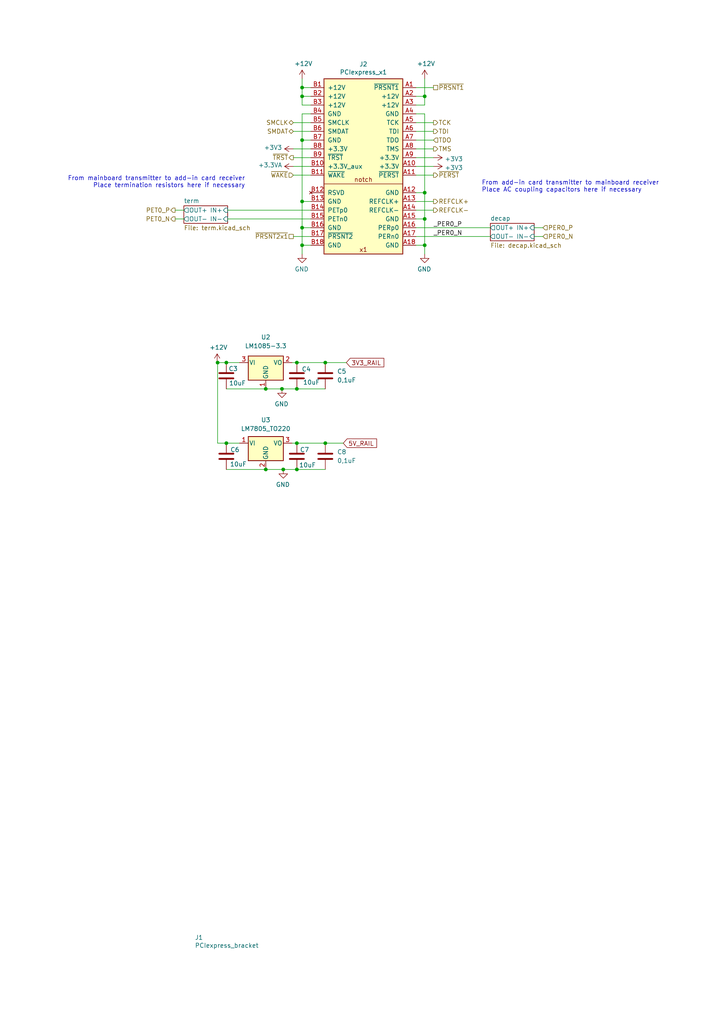
<source format=kicad_sch>
(kicad_sch (version 20231120) (generator "eeschema") (generator_version "8.0")
  (paper "A4" portrait)
  (title_block (title "PCIexpress_x1_half") (company "Author: Luca Anastasio"))
  (lib_symbols
    (symbol "Device:C" (pin_numbers hide) (pin_names (offset 0.254))
      (property "Reference" "C" (at 0.635 2.54 0))
      (property "Value" "C" (at 0.635 -2.54 0))
      (symbol "C_0_1"
        (polyline (pts (xy -2.032 -0.762) (xy 2.032 -0.762)) (stroke (width 0.508)))
        (polyline (pts (xy -2.032 0.762) (xy 2.032 0.762)) (stroke (width 0.508)))
      )
      (symbol "C_1_1"
        (pin passive line (at 0 3.81 270) (length 2.794) (name "~") (number "1"))
        (pin passive line (at 0 -3.81 90) (length 2.794) (name "~") (number "2"))
      )
    )
    (symbol "PCIexpress:PCIexpress_bracket" (pin_names (offset 1.016))
      (property "Reference" "J" (at 0 0 0))
      (property "Value" "PCIexpress_bracket" (at 0 0 0))
    )
    (symbol "PCIexpress:PCIexpress_x1" (pin_names (offset 1.016))
      (property "Reference" "J" (at 0 3.81 0))
      (property "Value" "PCIexpress_x1" (at 0 1.27 0))
      (symbol "PCIexpress_x1_0_0"
        (text "notch" (at 0 -29.21 0) (effects (font (size 1.27 1.27))))
        (text "x1" (at 0 -49.53 0) (effects (font (size 1.27 1.27))))
      )
      (symbol "PCIexpress_x1_0_1"
        (polyline (pts (xy 11.43 -30.48) (xy -11.43 -30.48)))
      )
      (symbol "PCIexpress_x1_1_1"
        (rectangle (start 11.43 0) (end -11.43 -50.8) (stroke (width 0.254)) (fill (type background)))
        (pin passive line (at 15.24 -2.54 180) (length 3.81) (name "~{PRSNT1}") (number "A1"))
        (pin power_out line (at 15.24 -25.4 180) (length 3.81) (name "+3.3V") (number "A10"))
        (pin output line (at 15.24 -27.94 180) (length 3.81) (name "~{PERST}") (number "A11"))
        (pin power_out line (at 15.24 -33.02 180) (length 3.81) (name "GND") (number "A12"))
        (pin output line (at 15.24 -35.56 180) (length 3.81) (name "REFCLK+") (number "A13"))
        (pin output line (at 15.24 -38.1 180) (length 3.81) (name "REFCLK-") (number "A14"))
        (pin power_out line (at 15.24 -40.64 180) (length 3.81) (name "GND") (number "A15"))
        (pin input line (at 15.24 -43.18 180) (length 3.81) (name "PERp0") (number "A16"))
        (pin input line (at 15.24 -45.72 180) (length 3.81) (name "PERn0") (number "A17"))
        (pin power_out line (at 15.24 -48.26 180) (length 3.81) (name "GND") (number "A18"))
        (pin power_out line (at 15.24 -5.08 180) (length 3.81) (name "+12V") (number "A2"))
        (pin power_out line (at 15.24 -7.62 180) (length 3.81) (name "+12V") (number "A3"))
        (pin power_out line (at 15.24 -10.16 180) (length 3.81) (name "GND") (number "A4"))
        (pin output line (at 15.24 -12.7 180) (length 3.81) (name "TCK") (number "A5"))
        (pin output line (at 15.24 -15.24 180) (length 3.81) (name "TDI") (number "A6"))
        (pin input line (at 15.24 -17.78 180) (length 3.81) (name "TDO") (number "A7"))
        (pin output line (at 15.24 -20.32 180) (length 3.81) (name "TMS") (number "A8"))
        (pin power_out line (at 15.24 -22.86 180) (length 3.81) (name "+3.3V") (number "A9"))
        (pin power_out line (at -15.24 -2.54 0) (length 3.81) (name "+12V") (number "B1"))
        (pin power_out line (at -15.24 -25.4 0) (length 3.81) (name "+3.3V_aux") (number "B10"))
        (pin open_collector line (at -15.24 -27.94 0) (length 3.81) (name "~{WAKE}") (number "B11"))
        (pin no_connect line (at -15.24 -33.02 0) (length 3.81) (name "RSVD") (number "B12"))
        (pin power_out line (at -15.24 -35.56 0) (length 3.81) (name "GND") (number "B13"))
        (pin output line (at -15.24 -38.1 0) (length 3.81) (name "PETp0") (number "B14"))
        (pin output line (at -15.24 -40.64 0) (length 3.81) (name "PETn0") (number "B15"))
        (pin power_out line (at -15.24 -43.18 0) (length 3.81) (name "GND") (number "B16"))
        (pin passive line (at -15.24 -45.72 0) (length 3.81) (name "~{PRSNT2}") (number "B17"))
        (pin power_out line (at -15.24 -48.26 0) (length 3.81) (name "GND") (number "B18"))
        (pin power_out line (at -15.24 -5.08 0) (length 3.81) (name "+12V") (number "B2"))
        (pin power_out line (at -15.24 -7.62 0) (length 3.81) (name "+12V") (number "B3"))
        (pin power_out line (at -15.24 -10.16 0) (length 3.81) (name "GND") (number "B4"))
        (pin open_collector line (at -15.24 -12.7 0) (length 3.81) (name "SMCLK") (number "B5"))
        (pin open_collector line (at -15.24 -15.24 0) (length 3.81) (name "SMDAT") (number "B6"))
        (pin power_out line (at -15.24 -17.78 0) (length 3.81) (name "GND") (number "B7"))
        (pin power_out line (at -15.24 -20.32 0) (length 3.81) (name "+3.3V") (number "B8"))
        (pin output line (at -15.24 -22.86 0) (length 3.81) (name "~{TRST}") (number "B9"))
      )
    )
    (symbol "PCIexpress_x1_half-rescue:+3.3V-power" (power) (pin_names (offset 0))
      (property "Value" "+3.3V-power" (at 0 3.556 0))
      (symbol "+3.3V-power_0_1"
        (polyline (pts (xy -0.762 1.27) (xy 0 2.54)))
        (polyline (pts (xy 0 0) (xy 0 2.54)))
        (polyline (pts (xy 0 2.54) (xy 0.762 1.27)))
      )
      (symbol "+3.3V-power_1_1"
        (pin power_in line (at 0 0 90) (length 0) hide (name "+3V3") (number "1"))
      )
    )
    (symbol "Regulator_Linear:LM1085-3.3" (pin_names (offset 0.254))
      (property "Reference" "U" (at -3.81 3.175 0))
      (property "Value" "LM1085-3.3" (at 0 3.175 0))
      (symbol "LM1085-3.3_0_1"
        (rectangle (start -5.08 1.905) (end 5.08 -5.08) (stroke (width 0.254)) (fill (type background)))
      )
      (symbol "LM1085-3.3_1_1"
        (pin power_in line (at 0 -7.62 90) (length 2.54) (name "GND") (number "1"))
        (pin power_out line (at 7.62 0 180) (length 2.54) (name "VO") (number "2"))
        (pin power_in line (at -7.62 0 0) (length 2.54) (name "VI") (number "3"))
      )
    )
    (symbol "Regulator_Linear:LM7805_TO220" (pin_names (offset 0.254))
      (property "Reference" "U" (at -3.81 3.175 0))
      (property "Value" "LM7805_TO220" (at 0 3.175 0))
      (symbol "LM7805_TO220_0_1"
        (rectangle (start -5.08 1.905) (end 5.08 -5.08) (stroke (width 0.254)) (fill (type background)))
      )
      (symbol "LM7805_TO220_1_1"
        (pin power_in line (at -7.62 0 0) (length 2.54) (name "VI") (number "1"))
        (pin power_in line (at 0 -7.62 90) (length 2.54) (name "GND") (number "2"))
        (pin power_out line (at 7.62 0 180) (length 2.54) (name "VO") (number "3"))
      )
    )
    (symbol "power:+12V" (power) (pin_names (offset 0))
      (property "Value" "+12V" (at 0 3.556 0))
      (symbol "+12V_0_1"
        (polyline (pts (xy -0.762 1.27) (xy 0 2.54)))
        (polyline (pts (xy 0 0) (xy 0 2.54)))
        (polyline (pts (xy 0 2.54) (xy 0.762 1.27)))
      )
      (symbol "+12V_1_1"
        (pin power_in line (at 0 0 90) (length 0) hide (name "+12V") (number "1"))
      )
    )
    (symbol "power:+3.3VA" (power) (pin_names (offset 0))
      (property "Value" "+3.3VA" (at 0 3.556 0))
      (symbol "+3.3VA_0_1"
        (polyline (pts (xy -0.762 1.27) (xy 0 2.54)))
        (polyline (pts (xy 0 0) (xy 0 2.54)))
        (polyline (pts (xy 0 2.54) (xy 0.762 1.27)))
      )
      (symbol "+3.3VA_1_1"
        (pin power_in line (at 0 0 90) (length 0) hide (name "+3.3VA") (number "1"))
      )
    )
    (symbol "power:GND" (power) (pin_names (offset 0))
      (property "Value" "GND" (at 0 -3.81 0))
      (symbol "GND_0_1"
        (polyline (pts (xy 0 0) (xy 0 -1.27) (xy 1.27 -1.27) (xy 0 -2.54) (xy -1.27 -1.27) (xy 0 -1.27)))
      )
      (symbol "GND_1_1"
        (pin power_in line (at 0 0 270) (length 0) hide (name "GND") (number "1"))
      )
    )
  )
  (junction (at 87.63 40.64))
  (junction (at 65.659 105.156))
  (junction (at 123.19 27.94))
  (junction (at 94.361 128.524))
  (junction (at 87.63 71.12))
  (junction (at 63.119 105.156))
  (junction (at 123.19 55.88))
  (junction (at 81.788 112.776))
  (junction (at 77.089 112.776))
  (junction (at 123.19 63.5))
  (junction (at 86.106 128.524))
  (junction (at 65.659 128.524))
  (junction (at 77.089 136.144))
  (junction (at 87.63 58.42))
  (junction (at 87.63 27.94))
  (junction (at 123.19 71.12))
  (junction (at 87.63 25.4))
  (junction (at 94.361 105.156))
  (junction (at 86.106 105.156))
  (junction (at 82.169 136.144))
  (junction (at 86.106 136.144))
  (junction (at 86.106 112.776))
  (junction (at 87.63 66.04))
  (wire (pts (xy 120.65 38.1) (xy 125.73 38.1)))
  (wire (pts (xy 120.65 43.18) (xy 125.73 43.18)))
  (wire (pts (xy 77.089 136.144) (xy 82.169 136.144)))
  (wire (pts (xy 65.659 105.156) (xy 69.469 105.156)))
  (wire (pts (xy 82.169 136.144) (xy 86.106 136.144)))
  (wire (pts (xy 62.992 105.156) (xy 63.119 105.156)))
  (wire (pts (xy 87.63 27.94) (xy 87.63 25.4)))
  (wire (pts (xy 86.106 112.776) (xy 94.361 112.776)))
  (wire (pts (xy 123.19 33.02) (xy 123.19 55.88)))
  (wire (pts (xy 63.119 128.524) (xy 63.119 105.156)))
  (wire (pts (xy 87.63 30.48) (xy 87.63 27.94)))
  (wire (pts (xy 50.8 63.5) (xy 53.34 63.5)))
  (wire (pts (xy 84.709 105.156) (xy 86.106 105.156)))
  (wire (pts (xy 87.63 71.12) (xy 87.63 66.04)))
  (wire (pts (xy 87.63 40.64) (xy 87.63 33.02)))
  (wire (pts (xy 123.19 55.88) (xy 123.19 63.5)))
  (wire (pts (xy 120.65 58.42) (xy 125.73 58.42)))
  (wire (pts (xy 85.09 38.1) (xy 90.17 38.1)))
  (wire (pts (xy 50.8 60.96) (xy 53.34 60.96)))
  (wire (pts (xy 65.659 128.524) (xy 63.119 128.524)))
  (wire (pts (xy 66.04 60.96) (xy 90.17 60.96)))
  (wire (pts (xy 69.469 128.524) (xy 65.659 128.524)))
  (wire (pts (xy 123.19 22.86) (xy 123.19 27.94)))
  (wire (pts (xy 90.17 71.12) (xy 87.63 71.12)))
  (wire (pts (xy 85.09 35.56) (xy 90.17 35.56)))
  (wire (pts (xy 87.63 33.02) (xy 90.17 33.02)))
  (wire (pts (xy 90.17 68.58) (xy 85.09 68.58)))
  (wire (pts (xy 123.19 33.02) (xy 120.65 33.02)))
  (wire (pts (xy 120.65 63.5) (xy 123.19 63.5)))
  (wire (pts (xy 90.17 66.04) (xy 87.63 66.04)))
  (wire (pts (xy 85.09 50.8) (xy 90.17 50.8)))
  (wire (pts (xy 94.361 105.156) (xy 100.457 105.156)))
  (wire (pts (xy 154.94 68.58) (xy 157.48 68.58)))
  (wire (pts (xy 123.19 30.48) (xy 123.19 27.94)))
  (wire (pts (xy 86.106 105.156) (xy 94.361 105.156)))
  (wire (pts (xy 85.09 48.26) (xy 90.17 48.26)))
  (wire (pts (xy 90.17 25.4) (xy 87.63 25.4)))
  (wire (pts (xy 86.106 136.144) (xy 94.361 136.144)))
  (wire (pts (xy 123.19 73.66) (xy 123.19 71.12)))
  (wire (pts (xy 90.17 40.64) (xy 87.63 40.64)))
  (wire (pts (xy 77.089 112.776) (xy 81.788 112.776)))
  (wire (pts (xy 94.361 128.524) (xy 99.568 128.524)))
  (wire (pts (xy 120.65 68.58) (xy 142.24 68.58)))
  (wire (pts (xy 65.659 112.776) (xy 77.089 112.776)))
  (wire (pts (xy 123.19 63.5) (xy 123.19 71.12)))
  (wire (pts (xy 90.17 30.48) (xy 87.63 30.48)))
  (wire (pts (xy 120.65 60.96) (xy 125.73 60.96)))
  (wire (pts (xy 123.19 27.94) (xy 120.65 27.94)))
  (wire (pts (xy 86.106 128.524) (xy 94.361 128.524)))
  (wire (pts (xy 90.17 58.42) (xy 87.63 58.42)))
  (wire (pts (xy 154.94 66.04) (xy 157.48 66.04)))
  (wire (pts (xy 120.65 66.04) (xy 142.24 66.04)))
  (wire (pts (xy 120.65 48.26) (xy 125.73 48.26)))
  (wire (pts (xy 84.709 128.524) (xy 86.106 128.524)))
  (wire (pts (xy 81.788 112.776) (xy 86.106 112.776)))
  (wire (pts (xy 85.09 43.18) (xy 90.17 43.18)))
  (wire (pts (xy 120.65 45.72) (xy 125.73 45.72)))
  (wire (pts (xy 85.09 45.72) (xy 90.17 45.72)))
  (wire (pts (xy 120.65 55.88) (xy 123.19 55.88)))
  (wire (pts (xy 87.63 25.4) (xy 87.63 22.86)))
  (wire (pts (xy 120.65 35.56) (xy 125.73 35.56)))
  (wire (pts (xy 65.659 136.144) (xy 77.089 136.144)))
  (wire (pts (xy 120.65 40.64) (xy 125.73 40.64)))
  (wire (pts (xy 120.65 30.48) (xy 123.19 30.48)))
  (wire (pts (xy 87.63 27.94) (xy 90.17 27.94)))
  (wire (pts (xy 87.63 58.42) (xy 87.63 40.64)))
  (wire (pts (xy 87.63 73.66) (xy 87.63 71.12)))
  (wire (pts (xy 63.119 105.156) (xy 65.659 105.156)))
  (wire (pts (xy 120.65 25.4) (xy 125.73 25.4)))
  (wire (pts (xy 66.04 63.5) (xy 90.17 63.5)))
  (wire (pts (xy 120.65 50.8) (xy 125.73 50.8)))
  (wire (pts (xy 120.65 71.12) (xy 123.19 71.12)))
  (wire (pts (xy 87.63 66.04) (xy 87.63 58.42)))
  (text "From mainboard transmitter to add-in card receiver\nPlace termination resistors here if necessary" (at 71.12 54.61 0) (effects (font (size 1.27 1.27)) (justify right bottom)))
  (text "From add-in card transmitter to mainboard receiver\nPlace AC coupling capacitors here if necessary" (at 139.7 55.88 0) (effects (font (size 1.27 1.27)) (justify left bottom)))
  (label "_PER0_P" (at 125.73 66.04 0))
  (label "_PER0_N" (at 125.73 68.58 0))
  (global_label "5V_RAIL" (shape input) (at 99.568 128.524 0) (property "Intersheetrefs" "${INTERSHEET_REFS}" (effects (hide yes))))
  (global_label "3V3_RAIL" (shape input) (at 100.457 105.156 0) (property "Intersheetrefs" "${INTERSHEET_REFS}" (effects (hide yes))))
  (hierarchical_label "TDO" (shape input) (at 125.73 40.64 0))
  (hierarchical_label "PER0_N" (shape input) (at 157.48 68.58 0))
  (hierarchical_label "~{WAKE}" (shape input) (at 85.09 50.8 180))
  (hierarchical_label "~{PERST}" (shape output) (at 125.73 50.8 0))
  (hierarchical_label "~{PRSNT2x1}" (shape passive) (at 85.09 68.58 180))
  (hierarchical_label "TCK" (shape output) (at 125.73 35.56 0))
  (hierarchical_label "SMDAT" (shape bidirectional) (at 85.09 38.1 180))
  (hierarchical_label "TDI" (shape output) (at 125.73 38.1 0))
  (hierarchical_label "SMCLK" (shape bidirectional) (at 85.09 35.56 180))
  (hierarchical_label "REFCLK+" (shape output) (at 125.73 58.42 0))
  (hierarchical_label "REFCLK-" (shape output) (at 125.73 60.96 0))
  (hierarchical_label "PET0_N" (shape output) (at 50.8 63.5 180))
  (hierarchical_label "PET0_P" (shape output) (at 50.8 60.96 180))
  (hierarchical_label "~{TRST}" (shape output) (at 85.09 45.72 180))
  (hierarchical_label "PER0_P" (shape input) (at 157.48 66.04 0))
  (hierarchical_label "TMS" (shape output) (at 125.73 43.18 0))
  (hierarchical_label "~{PRSNT1}" (shape passive) (at 125.73 25.4 0))
  (symbol (lib_id "PCIexpress:PCIexpress_x1") (at 105.41 22.86 0) (unit 1)
    (property "Reference" "J2" (at 105.41 18.6182 0))
    (property "Value" "PCIexpress_x1" (at 105.41 20.9296 0))
    (property "Footprint" "PCIexpress:PCIexpress_x1" (effects (hide yes)))
  )
  (symbol (lib_id "PCIexpress:PCIexpress_bracket") (at 55.88 273.05 0) (unit 1)
    (property "Reference" "J1" (at 56.515 271.8816 0) (effects (justify left)))
    (property "Value" "PCIexpress_bracket" (at 56.515 274.193 0) (effects (justify left)))
    (property "Footprint" "PCIexpress:PCIexpress_bracket_full" (effects (hide yes)))
  )
  (symbol (lib_id "power:GND") (at 87.63 73.66 0) (mirror y) (unit 1)
    (property "Reference" "#PWR0101" (effects (hide yes)))
    (property "Value" "GND" (at 87.503 78.0542 0))
  )
  (symbol (lib_id "power:GND") (at 123.19 73.66 0) (mirror y) (unit 1)
    (property "Reference" "#PWR0102" (effects (hide yes)))
    (property "Value" "GND" (at 123.063 78.0542 0))
  )
  (symbol (lib_id "PCIexpress_x1_half-rescue:+3.3V-power") (at 85.09 43.18 90) (unit 1)
    (property "Reference" "#PWR0103" (effects (hide yes)))
    (property "Value" "+3V3" (at 81.8388 42.799 90) (effects (justify left)))
  )
  (symbol (lib_id "PCIexpress_x1_half-rescue:+3.3V-power") (at 125.73 45.72 270) (unit 1)
    (property "Reference" "#PWR0104" (effects (hide yes)))
    (property "Value" "+3V3" (at 128.9812 46.101 90) (effects (justify left)))
  )
  (symbol (lib_id "PCIexpress_x1_half-rescue:+3.3V-power") (at 125.73 48.26 270) (unit 1)
    (property "Reference" "#PWR0105" (effects (hide yes)))
    (property "Value" "+3V3" (at 128.9812 48.641 90) (effects (justify left)))
  )
  (symbol (lib_id "power:+3.3VA") (at 85.09 48.26 90) (unit 1)
    (property "Reference" "#PWR0106" (effects (hide yes)))
    (property "Value" "+3.3VA" (at 81.8642 47.879 90) (effects (justify left)))
  )
  (symbol (lib_id "power:+12V") (at 87.63 22.86 0) (unit 1)
    (property "Reference" "#PWR0107" (effects (hide yes)))
    (property "Value" "+12V" (at 88.011 18.4658 0))
  )
  (symbol (lib_id "power:+12V") (at 123.19 22.86 0) (unit 1)
    (property "Reference" "#PWR0108" (effects (hide yes)))
    (property "Value" "+12V" (at 123.571 18.4658 0))
  )
  (symbol (lib_id "Device:C") (at 94.361 108.966 0) (unit 1)
    (property "Reference" "C5" (at 97.79 107.696 0) (effects (justify left)))
    (property "Value" "0,1uF" (at 97.79 110.236 0) (effects (justify left)))
    (property "Footprint" "Capacitor_SMD:C_0603_1608Metric" (effects (hide yes)))
  )
  (symbol (lib_id "Device:C") (at 86.106 132.334 0) (unit 1)
    (property "Reference" "C7" (at 86.995 130.429 0) (effects (justify left)))
    (property "Value" "10uF" (at 86.741 134.874 0) (effects (justify left)))
    (property "Footprint" "Capacitor_SMD:C_0603_1608Metric" (effects (hide yes)))
  )
  (symbol (lib_id "Regulator_Linear:LM1085-3.3") (at 77.089 105.156 0) (unit 1)
    (property "Reference" "U2" (at 77.089 97.79 0))
    (property "Value" "LM1085-3.3" (at 77.089 100.33 0))
    (property "Footprint" "Package_TO_SOT_SMD:TO-263-3_TabPin2" (effects (hide yes)))
    (property "Datasheet" "http://www.ti.com/lit/ds/symlink/lm1085.pdf" (effects (hide yes)))
  )
  (symbol (lib_id "power:+12V") (at 62.992 105.156 0) (unit 1)
    (property "Reference" "#PWR01" (effects (hide yes)))
    (property "Value" "+12V" (at 63.373 100.7618 0))
  )
  (symbol (lib_id "Regulator_Linear:LM7805_TO220") (at 77.089 128.524 0) (unit 1)
    (property "Reference" "U3" (at 77.089 121.793 0))
    (property "Value" "LM7805_TO220" (at 77.089 124.333 0))
    (property "Footprint" "Package_TO_SOT_THT:TO-220F-3_Horizontal_TabDown" (effects (hide yes)))
    (property "Datasheet" "https://www.onsemi.cn/PowerSolutions/document/MC7800-D.PDF" (effects (hide yes)))
  )
  (symbol (lib_id "Device:C") (at 86.106 108.966 0) (unit 1)
    (property "Reference" "C4" (at 87.503 107.061 0) (effects (justify left)))
    (property "Value" "10uF" (at 87.884 110.871 0) (effects (justify left)))
    (property "Footprint" "Capacitor_SMD:C_0603_1608Metric" (effects (hide yes)))
  )
  (symbol (lib_id "Device:C") (at 65.659 108.966 0) (unit 1)
    (property "Reference" "C3" (at 66.294 106.934 0) (effects (justify left)))
    (property "Value" "10uF" (at 66.421 111.125 0) (effects (justify left)))
    (property "Footprint" "Capacitor_SMD:C_0603_1608Metric" (effects (hide yes)))
  )
  (symbol (lib_id "power:GND") (at 81.788 112.776 0) (mirror y) (unit 1)
    (property "Reference" "#PWR02" (effects (hide yes)))
    (property "Value" "GND" (at 81.661 117.1702 0))
  )
  (symbol (lib_id "Device:C") (at 65.659 132.334 0) (unit 1)
    (property "Reference" "C6" (at 66.802 130.429 0) (effects (justify left)))
    (property "Value" "10uF" (at 66.675 134.62 0) (effects (justify left)))
    (property "Footprint" "Capacitor_SMD:C_0603_1608Metric" (effects (hide yes)))
  )
  (symbol (lib_id "power:GND") (at 82.169 136.144 0) (mirror y) (unit 1)
    (property "Reference" "#PWR06" (effects (hide yes)))
    (property "Value" "GND" (at 82.042 140.5382 0))
  )
  (symbol (lib_id "Device:C") (at 94.361 132.334 0) (unit 1)
    (property "Reference" "C8" (at 97.79 131.064 0) (effects (justify left)))
    (property "Value" "0,1uF" (at 97.79 133.604 0) (effects (justify left)))
    (property "Footprint" "Capacitor_SMD:C_0603_1608Metric" (effects (hide yes)))
  )
  (sheet (at 53.34 59.69) (size 12.7 5.08)
    (property "Sheetname" "term" (at 53.34 58.9784 0) (effects (justify left bottom)))
    (property "Sheetfile" "term.kicad_sch" (at 53.34 65.3546 0) (effects (justify left top)))
    (pin "IN+" input (at 66.04 60.96 0))
    (pin "IN-" input (at 66.04 63.5 0))
    (pin "OUT+" output (at 53.34 60.96 180))
    (pin "OUT-" output (at 53.34 63.5 180))
  )
  (sheet (at 142.24 64.77) (size 12.7 5.08)
    (property "Sheetname" "decap" (at 142.24 64.0584 0) (effects (justify left bottom)))
    (property "Sheetfile" "decap.kicad_sch" (at 142.24 70.4346 0) (effects (justify left top)))
    (pin "IN+" input (at 154.94 66.04 0))
    (pin "OUT+" output (at 142.24 66.04 180))
    (pin "OUT-" output (at 142.24 68.58 180))
    (pin "IN-" input (at 154.94 68.58 0))
  )
)
</source>
